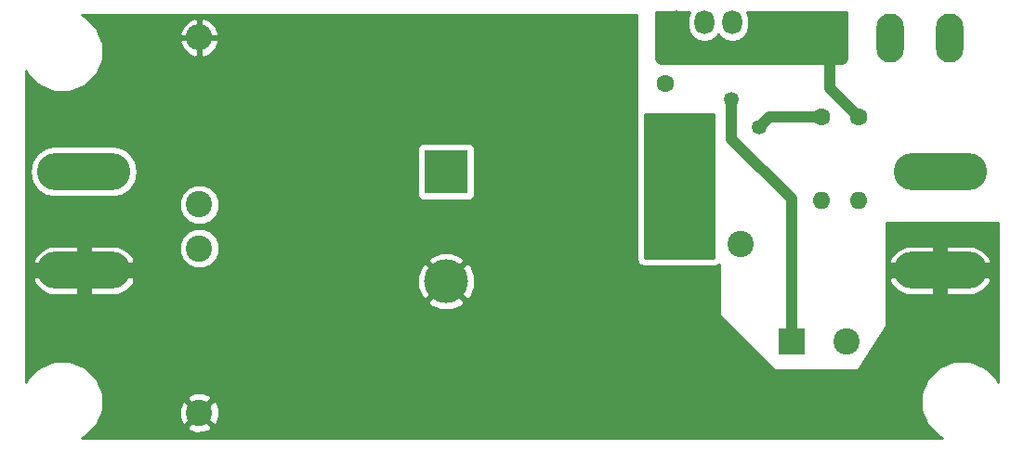
<source format=gbl>
G04 #@! TF.GenerationSoftware,KiCad,Pcbnew,(5.0.0-3-g5ebb6b6)*
G04 #@! TF.CreationDate,2018-08-10T20:06:04-07:00*
G04 #@! TF.ProjectId,juma-adj-cx,6A756D612D61646A2D63782E6B696361,rev?*
G04 #@! TF.SameCoordinates,Original*
G04 #@! TF.FileFunction,Copper,L2,Bot,Signal*
G04 #@! TF.FilePolarity,Positive*
%FSLAX46Y46*%
G04 Gerber Fmt 4.6, Leading zero omitted, Abs format (unit mm)*
G04 Created by KiCad (PCBNEW (5.0.0-3-g5ebb6b6)) date Friday, August 10, 2018 at 08:06:04 PM*
%MOMM*%
%LPD*%
G01*
G04 APERTURE LIST*
G04 #@! TA.AperFunction,ComponentPad*
%ADD10R,2.400000X2.400000*%
G04 #@! TD*
G04 #@! TA.AperFunction,ComponentPad*
%ADD11C,2.400000*%
G04 #@! TD*
G04 #@! TA.AperFunction,ComponentPad*
%ADD12R,4.000000X4.000000*%
G04 #@! TD*
G04 #@! TA.AperFunction,ComponentPad*
%ADD13C,4.000000*%
G04 #@! TD*
G04 #@! TA.AperFunction,ComponentPad*
%ADD14O,8.500000X3.400000*%
G04 #@! TD*
G04 #@! TA.AperFunction,ComponentPad*
%ADD15C,2.000000*%
G04 #@! TD*
G04 #@! TA.AperFunction,ComponentPad*
%ADD16O,2.500000X4.500000*%
G04 #@! TD*
G04 #@! TA.AperFunction,ComponentPad*
%ADD17O,1.800000X2.200000*%
G04 #@! TD*
G04 #@! TA.AperFunction,ComponentPad*
%ADD18R,1.346200X1.346200*%
G04 #@! TD*
G04 #@! TA.AperFunction,ComponentPad*
%ADD19C,1.346200*%
G04 #@! TD*
G04 #@! TA.AperFunction,ComponentPad*
%ADD20O,2.400000X2.400000*%
G04 #@! TD*
G04 #@! TA.AperFunction,ComponentPad*
%ADD21C,1.600000*%
G04 #@! TD*
G04 #@! TA.AperFunction,ComponentPad*
%ADD22O,1.600000X1.600000*%
G04 #@! TD*
G04 #@! TA.AperFunction,ViaPad*
%ADD23C,0.800000*%
G04 #@! TD*
G04 #@! TA.AperFunction,Conductor*
%ADD24C,1.000000*%
G04 #@! TD*
G04 #@! TA.AperFunction,Conductor*
%ADD25C,0.254000*%
G04 #@! TD*
G04 APERTURE END LIST*
D10*
G04 #@! TO.P,C3,1*
G04 #@! TO.N,Net-(C3-Pad1)*
X140800000Y-111600000D03*
D11*
G04 #@! TO.P,C3,2*
G04 #@! TO.N,Net-(C1-Pad2)*
X145800000Y-111600000D03*
G04 #@! TD*
G04 #@! TO.P,C4,2*
G04 #@! TO.N,Net-(C1-Pad2)*
X155500000Y-120500000D03*
D10*
G04 #@! TO.P,C4,1*
G04 #@! TO.N,Net-(C4-Pad1)*
X150500000Y-120500000D03*
G04 #@! TD*
D12*
G04 #@! TO.P,C2,1*
G04 #@! TO.N,Net-(C1-Pad1)*
X119000000Y-105000000D03*
D13*
G04 #@! TO.P,C2,2*
G04 #@! TO.N,Net-(C1-Pad2)*
X119000000Y-115000000D03*
G04 #@! TD*
D14*
G04 #@! TO.P,J4,1*
G04 #@! TO.N,Net-(C1-Pad2)*
X164000000Y-114000000D03*
D15*
X161460000Y-114000000D03*
G04 #@! TD*
D14*
G04 #@! TO.P,J2,1*
G04 #@! TO.N,Net-(C1-Pad2)*
X86000000Y-114000000D03*
D15*
X83460000Y-114000000D03*
G04 #@! TD*
D14*
G04 #@! TO.P,J3,1*
G04 #@! TO.N,Net-(J3-Pad1)*
X164000000Y-105000000D03*
D15*
X161460000Y-105000000D03*
G04 #@! TD*
D14*
G04 #@! TO.P,J1,1*
G04 #@! TO.N,Net-(C1-Pad1)*
X86000000Y-105000000D03*
D15*
X83460000Y-105000000D03*
G04 #@! TD*
D16*
G04 #@! TO.P,Q2,1*
G04 #@! TO.N,Net-(Q1-Pad1)*
X154000000Y-92800000D03*
G04 #@! TO.P,Q2,2*
G04 #@! TO.N,Net-(C1-Pad1)*
X159450000Y-92800000D03*
G04 #@! TO.P,Q2,3*
G04 #@! TO.N,Net-(J3-Pad1)*
X164900000Y-92800000D03*
G04 #@! TD*
D11*
G04 #@! TO.P,C1,2*
G04 #@! TO.N,Net-(C1-Pad2)*
X96500000Y-127000000D03*
G04 #@! TO.P,C1,1*
G04 #@! TO.N,Net-(C1-Pad1)*
X96500000Y-112000000D03*
G04 #@! TD*
D17*
G04 #@! TO.P,Q1,1*
G04 #@! TO.N,Net-(Q1-Pad1)*
X140000000Y-91400000D03*
G04 #@! TO.P,Q1,2*
G04 #@! TO.N,Net-(C1-Pad1)*
X142540000Y-91400000D03*
G04 #@! TO.P,Q1,3*
G04 #@! TO.N,Net-(C4-Pad1)*
X145080000Y-91400000D03*
G04 #@! TD*
D18*
G04 #@! TO.P,RV1,1*
G04 #@! TO.N,Net-(C3-Pad1)*
X142460000Y-100923800D03*
D19*
G04 #@! TO.P,RV1,2*
G04 #@! TO.N,Net-(C4-Pad1)*
X145000000Y-98383800D03*
G04 #@! TO.P,RV1,3*
G04 #@! TO.N,Net-(R3-Pad1)*
X147540000Y-100923800D03*
G04 #@! TD*
D11*
G04 #@! TO.P,R1,1*
G04 #@! TO.N,Net-(C1-Pad1)*
X96500000Y-108000000D03*
D20*
G04 #@! TO.P,R1,2*
G04 #@! TO.N,Net-(C1-Pad2)*
X96500000Y-92760000D03*
G04 #@! TD*
D21*
G04 #@! TO.P,R2,1*
G04 #@! TO.N,Net-(C1-Pad1)*
X139000000Y-97000000D03*
D22*
G04 #@! TO.P,R2,2*
G04 #@! TO.N,Net-(C3-Pad1)*
X139000000Y-104620000D03*
G04 #@! TD*
G04 #@! TO.P,R3,2*
G04 #@! TO.N,Net-(C1-Pad2)*
X153200000Y-107620000D03*
D21*
G04 #@! TO.P,R3,1*
G04 #@! TO.N,Net-(R3-Pad1)*
X153200000Y-100000000D03*
G04 #@! TD*
G04 #@! TO.P,R4,1*
G04 #@! TO.N,Net-(Q1-Pad1)*
X156600000Y-100000000D03*
D22*
G04 #@! TO.P,R4,2*
G04 #@! TO.N,Net-(C1-Pad2)*
X156600000Y-107620000D03*
G04 #@! TD*
D23*
G04 #@! TO.N,Net-(C1-Pad2)*
X84000000Y-111000000D03*
X86000000Y-110000000D03*
X88000000Y-111000000D03*
X90000000Y-110000000D03*
X160000000Y-111000000D03*
X164000000Y-111000000D03*
X166000000Y-110000000D03*
X168000000Y-111000000D03*
X84000000Y-118000000D03*
X88000000Y-118000000D03*
X136000000Y-118000000D03*
X160000000Y-117000000D03*
X168000000Y-117000000D03*
X84000000Y-120000000D03*
X86000000Y-119000000D03*
X88000000Y-120000000D03*
X102000000Y-119000000D03*
X136000000Y-120000000D03*
X138000000Y-119000000D03*
X162000000Y-118000000D03*
X166000000Y-118000000D03*
X86000000Y-121000000D03*
X88000000Y-122000000D03*
X102000000Y-121000000D03*
X104000000Y-122000000D03*
X134000000Y-121000000D03*
X138000000Y-121000000D03*
X140000000Y-122000000D03*
X102000000Y-123000000D03*
X104000000Y-124000000D03*
X106000000Y-123000000D03*
X132000000Y-124000000D03*
X134000000Y-123000000D03*
X138000000Y-123000000D03*
X140000000Y-124000000D03*
X144000000Y-124000000D03*
X160000000Y-124000000D03*
X102000000Y-125000000D03*
X104000000Y-126000000D03*
X106000000Y-125000000D03*
X108000000Y-126000000D03*
X128000000Y-126000000D03*
X130000000Y-125000000D03*
X132000000Y-126000000D03*
X134000000Y-125000000D03*
X136000000Y-126000000D03*
X138000000Y-125000000D03*
X140000000Y-126000000D03*
X142000000Y-125000000D03*
X144000000Y-126000000D03*
X160000000Y-126000000D03*
X102000000Y-127000000D03*
X104000000Y-128000000D03*
X106000000Y-127000000D03*
X108000000Y-128000000D03*
X110000000Y-127000000D03*
X112000000Y-128000000D03*
X120400000Y-128000000D03*
X124000000Y-128000000D03*
X126000000Y-127000000D03*
X128000000Y-128000000D03*
X130000000Y-127000000D03*
X132000000Y-128000000D03*
X134000000Y-127000000D03*
X136000000Y-128000000D03*
X138000000Y-127000000D03*
X140000000Y-128000000D03*
X142000000Y-127000000D03*
X144000000Y-128000000D03*
X162000000Y-129000000D03*
X82000000Y-121000000D03*
X82000000Y-119000000D03*
X82000000Y-117000000D03*
X82000000Y-112000000D03*
X82000000Y-110000000D03*
X90000000Y-112000000D03*
X102000000Y-117000000D03*
X164000000Y-117000000D03*
X142000000Y-123000000D03*
X156000000Y-128000000D03*
X136000000Y-124000000D03*
X136000000Y-122000000D03*
X138000000Y-117000000D03*
X140000000Y-120000000D03*
X140000000Y-118000000D03*
X142000000Y-121000000D03*
X142000000Y-119000000D03*
X162000000Y-123000000D03*
X160000000Y-128000000D03*
X150000000Y-129000000D03*
X152000000Y-128000000D03*
X150000000Y-127000000D03*
X146000000Y-127000000D03*
X146000000Y-125000000D03*
X146000000Y-129000000D03*
X148000000Y-128000000D03*
X148000000Y-126000000D03*
X158000000Y-129000000D03*
X158000000Y-127000000D03*
X154000000Y-129000000D03*
X142000000Y-129000000D03*
X138000000Y-129000000D03*
X134000000Y-129000000D03*
X130000000Y-129000000D03*
X126000000Y-129000000D03*
X110000000Y-129000000D03*
X106000000Y-129000000D03*
X102000000Y-129000000D03*
X114000000Y-129000000D03*
X118000000Y-129000000D03*
X116000000Y-128000000D03*
X122000000Y-129000000D03*
X86000000Y-117000000D03*
X88000000Y-124000000D03*
X88000000Y-128000000D03*
X90000000Y-121000000D03*
X90000000Y-119000000D03*
X90000000Y-117000000D03*
X90000000Y-125000000D03*
X90000000Y-127000000D03*
X90000000Y-123000000D03*
X90000000Y-129000000D03*
X160000000Y-122000000D03*
X162000000Y-121000000D03*
X166000000Y-121000000D03*
X164000000Y-122000000D03*
X168000000Y-122000000D03*
X162000000Y-110000000D03*
X86000000Y-110000000D03*
G04 #@! TD*
D24*
G04 #@! TO.N,Net-(C4-Pad1)*
X145000000Y-98383800D02*
X145000000Y-102000000D01*
X150500000Y-107500000D02*
X150500000Y-120500000D01*
X145000000Y-102000000D02*
X150500000Y-107500000D01*
G04 #@! TO.N,Net-(Q1-Pad1)*
X154000000Y-97400000D02*
X156600000Y-100000000D01*
X154000000Y-92800000D02*
X154000000Y-97400000D01*
G04 #@! TO.N,Net-(R3-Pad1)*
X148463800Y-100000000D02*
X147540000Y-100923800D01*
X153200000Y-100000000D02*
X148463800Y-100000000D01*
G04 #@! TD*
D25*
G04 #@! TO.N,Net-(C1-Pad2)*
G36*
X136373000Y-113000000D02*
X136420728Y-113239943D01*
X136556644Y-113443356D01*
X136760057Y-113579272D01*
X137000000Y-113627000D01*
X143500000Y-113627000D01*
X143739943Y-113579272D01*
X143873000Y-113490366D01*
X143873000Y-118000000D01*
X143882667Y-118048601D01*
X143910197Y-118089803D01*
X148910197Y-123089803D01*
X148951399Y-123117333D01*
X149000000Y-123127000D01*
X156500000Y-123127000D01*
X156548601Y-123117333D01*
X156589803Y-123089803D01*
X156607696Y-123067310D01*
X159107696Y-119067310D01*
X159127000Y-119000000D01*
X159127000Y-114902596D01*
X159414110Y-114902596D01*
X159470101Y-115169555D01*
X160068381Y-115838202D01*
X160877000Y-116227000D01*
X163427000Y-116227000D01*
X163427000Y-114573000D01*
X164573000Y-114573000D01*
X164573000Y-116227000D01*
X167123000Y-116227000D01*
X167931619Y-115838202D01*
X168529899Y-115169555D01*
X168585890Y-114902596D01*
X168565377Y-114573000D01*
X164573000Y-114573000D01*
X163427000Y-114573000D01*
X159434623Y-114573000D01*
X159414110Y-114902596D01*
X159127000Y-114902596D01*
X159127000Y-113097404D01*
X159414110Y-113097404D01*
X159434623Y-113427000D01*
X163427000Y-113427000D01*
X163427000Y-111773000D01*
X164573000Y-111773000D01*
X164573000Y-113427000D01*
X168565377Y-113427000D01*
X168585890Y-113097404D01*
X168529899Y-112830445D01*
X167931619Y-112161798D01*
X167123000Y-111773000D01*
X164573000Y-111773000D01*
X163427000Y-111773000D01*
X160877000Y-111773000D01*
X160068381Y-112161798D01*
X159470101Y-112830445D01*
X159414110Y-113097404D01*
X159127000Y-113097404D01*
X159127000Y-109627000D01*
X169298000Y-109627000D01*
X169298000Y-124222956D01*
X169159598Y-123888824D01*
X168111176Y-122840402D01*
X166741346Y-122273000D01*
X165258654Y-122273000D01*
X163888824Y-122840402D01*
X162840402Y-123888824D01*
X162273000Y-125258654D01*
X162273000Y-126741346D01*
X162840402Y-128111176D01*
X163888824Y-129159598D01*
X164222956Y-129298000D01*
X85777044Y-129298000D01*
X86111176Y-129159598D01*
X86973599Y-128297175D01*
X95382430Y-128297175D01*
X95505565Y-128584788D01*
X96187734Y-128844707D01*
X96917443Y-128823786D01*
X97494435Y-128584788D01*
X97617570Y-128297175D01*
X96500000Y-127179605D01*
X95382430Y-128297175D01*
X86973599Y-128297175D01*
X87159598Y-128111176D01*
X87727000Y-126741346D01*
X87727000Y-126687734D01*
X94655293Y-126687734D01*
X94676214Y-127417443D01*
X94915212Y-127994435D01*
X95202825Y-128117570D01*
X96320395Y-127000000D01*
X96679605Y-127000000D01*
X97797175Y-128117570D01*
X98084788Y-127994435D01*
X98344707Y-127312266D01*
X98323786Y-126582557D01*
X98084788Y-126005565D01*
X97797175Y-125882430D01*
X96679605Y-127000000D01*
X96320395Y-127000000D01*
X95202825Y-125882430D01*
X94915212Y-126005565D01*
X94655293Y-126687734D01*
X87727000Y-126687734D01*
X87727000Y-125702825D01*
X95382430Y-125702825D01*
X96500000Y-126820395D01*
X97617570Y-125702825D01*
X97494435Y-125415212D01*
X96812266Y-125155293D01*
X96082557Y-125176214D01*
X95505565Y-125415212D01*
X95382430Y-125702825D01*
X87727000Y-125702825D01*
X87727000Y-125258654D01*
X87159598Y-123888824D01*
X86111176Y-122840402D01*
X84741346Y-122273000D01*
X83258654Y-122273000D01*
X81888824Y-122840402D01*
X80840402Y-123888824D01*
X80702000Y-124222956D01*
X80702000Y-116875022D01*
X117304584Y-116875022D01*
X117525353Y-117245743D01*
X118497012Y-117639119D01*
X119545247Y-117630713D01*
X120474647Y-117245743D01*
X120695416Y-116875022D01*
X119000000Y-115179605D01*
X117304584Y-116875022D01*
X80702000Y-116875022D01*
X80702000Y-114902596D01*
X81414110Y-114902596D01*
X81470101Y-115169555D01*
X82068381Y-115838202D01*
X82877000Y-116227000D01*
X85427000Y-116227000D01*
X85427000Y-114573000D01*
X86573000Y-114573000D01*
X86573000Y-116227000D01*
X89123000Y-116227000D01*
X89931619Y-115838202D01*
X90529899Y-115169555D01*
X90585890Y-114902596D01*
X90565377Y-114573000D01*
X86573000Y-114573000D01*
X85427000Y-114573000D01*
X81434623Y-114573000D01*
X81414110Y-114902596D01*
X80702000Y-114902596D01*
X80702000Y-114497012D01*
X116360881Y-114497012D01*
X116369287Y-115545247D01*
X116754257Y-116474647D01*
X117124978Y-116695416D01*
X118820395Y-115000000D01*
X119179605Y-115000000D01*
X120875022Y-116695416D01*
X121245743Y-116474647D01*
X121639119Y-115502988D01*
X121630713Y-114454753D01*
X121245743Y-113525353D01*
X120875022Y-113304584D01*
X119179605Y-115000000D01*
X118820395Y-115000000D01*
X117124978Y-113304584D01*
X116754257Y-113525353D01*
X116360881Y-114497012D01*
X80702000Y-114497012D01*
X80702000Y-113097404D01*
X81414110Y-113097404D01*
X81434623Y-113427000D01*
X85427000Y-113427000D01*
X85427000Y-111773000D01*
X86573000Y-111773000D01*
X86573000Y-113427000D01*
X90565377Y-113427000D01*
X90585890Y-113097404D01*
X90529899Y-112830445D01*
X89931619Y-112161798D01*
X89123000Y-111773000D01*
X86573000Y-111773000D01*
X85427000Y-111773000D01*
X82877000Y-111773000D01*
X82068381Y-112161798D01*
X81470101Y-112830445D01*
X81414110Y-113097404D01*
X80702000Y-113097404D01*
X80702000Y-111636587D01*
X94673000Y-111636587D01*
X94673000Y-112363413D01*
X94951144Y-113034912D01*
X95465088Y-113548856D01*
X96136587Y-113827000D01*
X96863413Y-113827000D01*
X97534912Y-113548856D01*
X97958790Y-113124978D01*
X117304584Y-113124978D01*
X119000000Y-114820395D01*
X120695416Y-113124978D01*
X120474647Y-112754257D01*
X119502988Y-112360881D01*
X118454753Y-112369287D01*
X117525353Y-112754257D01*
X117304584Y-113124978D01*
X97958790Y-113124978D01*
X98048856Y-113034912D01*
X98327000Y-112363413D01*
X98327000Y-111636587D01*
X98048856Y-110965088D01*
X97534912Y-110451144D01*
X96863413Y-110173000D01*
X96136587Y-110173000D01*
X95465088Y-110451144D01*
X94951144Y-110965088D01*
X94673000Y-111636587D01*
X80702000Y-111636587D01*
X80702000Y-107636587D01*
X94673000Y-107636587D01*
X94673000Y-108363413D01*
X94951144Y-109034912D01*
X95465088Y-109548856D01*
X96136587Y-109827000D01*
X96863413Y-109827000D01*
X97534912Y-109548856D01*
X98048856Y-109034912D01*
X98327000Y-108363413D01*
X98327000Y-107636587D01*
X98048856Y-106965088D01*
X97534912Y-106451144D01*
X96863413Y-106173000D01*
X96136587Y-106173000D01*
X95465088Y-106451144D01*
X94951144Y-106965088D01*
X94673000Y-107636587D01*
X80702000Y-107636587D01*
X80702000Y-105000000D01*
X81077412Y-105000000D01*
X81258015Y-105907950D01*
X81772327Y-106677673D01*
X82542050Y-107191985D01*
X83220814Y-107327000D01*
X88779186Y-107327000D01*
X89457950Y-107191985D01*
X90227673Y-106677673D01*
X90741985Y-105907950D01*
X90922588Y-105000000D01*
X90741985Y-104092050D01*
X90227673Y-103322327D01*
X89745277Y-103000000D01*
X116360717Y-103000000D01*
X116360717Y-107000000D01*
X116409380Y-107244643D01*
X116547959Y-107452041D01*
X116755357Y-107590620D01*
X117000000Y-107639283D01*
X121000000Y-107639283D01*
X121244643Y-107590620D01*
X121452041Y-107452041D01*
X121590620Y-107244643D01*
X121639283Y-107000000D01*
X121639283Y-103000000D01*
X121590620Y-102755357D01*
X121452041Y-102547959D01*
X121244643Y-102409380D01*
X121000000Y-102360717D01*
X117000000Y-102360717D01*
X116755357Y-102409380D01*
X116547959Y-102547959D01*
X116409380Y-102755357D01*
X116360717Y-103000000D01*
X89745277Y-103000000D01*
X89457950Y-102808015D01*
X88779186Y-102673000D01*
X83220814Y-102673000D01*
X82542050Y-102808015D01*
X81772327Y-103322327D01*
X81258015Y-104092050D01*
X81077412Y-105000000D01*
X80702000Y-105000000D01*
X80702000Y-95777044D01*
X80840402Y-96111176D01*
X81888824Y-97159598D01*
X83258654Y-97727000D01*
X84741346Y-97727000D01*
X86111176Y-97159598D01*
X87159598Y-96111176D01*
X87727000Y-94741346D01*
X87727000Y-93258654D01*
X87691027Y-93171807D01*
X94711797Y-93171807D01*
X95005508Y-93824776D01*
X95526742Y-94315642D01*
X96088195Y-94548195D01*
X96373000Y-94431432D01*
X96373000Y-92887000D01*
X96627000Y-92887000D01*
X96627000Y-94431432D01*
X96911805Y-94548195D01*
X97473258Y-94315642D01*
X97994492Y-93824776D01*
X98288203Y-93171807D01*
X98171858Y-92887000D01*
X96627000Y-92887000D01*
X96373000Y-92887000D01*
X94828142Y-92887000D01*
X94711797Y-93171807D01*
X87691027Y-93171807D01*
X87349875Y-92348193D01*
X94711797Y-92348193D01*
X94828142Y-92633000D01*
X96373000Y-92633000D01*
X96373000Y-91088568D01*
X96627000Y-91088568D01*
X96627000Y-92633000D01*
X98171858Y-92633000D01*
X98288203Y-92348193D01*
X97994492Y-91695224D01*
X97473258Y-91204358D01*
X96911805Y-90971805D01*
X96627000Y-91088568D01*
X96373000Y-91088568D01*
X96088195Y-90971805D01*
X95526742Y-91204358D01*
X95005508Y-91695224D01*
X94711797Y-92348193D01*
X87349875Y-92348193D01*
X87159598Y-91888824D01*
X86111176Y-90840402D01*
X85777044Y-90702000D01*
X136373000Y-90702000D01*
X136373000Y-113000000D01*
X136373000Y-113000000D01*
G37*
X136373000Y-113000000D02*
X136420728Y-113239943D01*
X136556644Y-113443356D01*
X136760057Y-113579272D01*
X137000000Y-113627000D01*
X143500000Y-113627000D01*
X143739943Y-113579272D01*
X143873000Y-113490366D01*
X143873000Y-118000000D01*
X143882667Y-118048601D01*
X143910197Y-118089803D01*
X148910197Y-123089803D01*
X148951399Y-123117333D01*
X149000000Y-123127000D01*
X156500000Y-123127000D01*
X156548601Y-123117333D01*
X156589803Y-123089803D01*
X156607696Y-123067310D01*
X159107696Y-119067310D01*
X159127000Y-119000000D01*
X159127000Y-114902596D01*
X159414110Y-114902596D01*
X159470101Y-115169555D01*
X160068381Y-115838202D01*
X160877000Y-116227000D01*
X163427000Y-116227000D01*
X163427000Y-114573000D01*
X164573000Y-114573000D01*
X164573000Y-116227000D01*
X167123000Y-116227000D01*
X167931619Y-115838202D01*
X168529899Y-115169555D01*
X168585890Y-114902596D01*
X168565377Y-114573000D01*
X164573000Y-114573000D01*
X163427000Y-114573000D01*
X159434623Y-114573000D01*
X159414110Y-114902596D01*
X159127000Y-114902596D01*
X159127000Y-113097404D01*
X159414110Y-113097404D01*
X159434623Y-113427000D01*
X163427000Y-113427000D01*
X163427000Y-111773000D01*
X164573000Y-111773000D01*
X164573000Y-113427000D01*
X168565377Y-113427000D01*
X168585890Y-113097404D01*
X168529899Y-112830445D01*
X167931619Y-112161798D01*
X167123000Y-111773000D01*
X164573000Y-111773000D01*
X163427000Y-111773000D01*
X160877000Y-111773000D01*
X160068381Y-112161798D01*
X159470101Y-112830445D01*
X159414110Y-113097404D01*
X159127000Y-113097404D01*
X159127000Y-109627000D01*
X169298000Y-109627000D01*
X169298000Y-124222956D01*
X169159598Y-123888824D01*
X168111176Y-122840402D01*
X166741346Y-122273000D01*
X165258654Y-122273000D01*
X163888824Y-122840402D01*
X162840402Y-123888824D01*
X162273000Y-125258654D01*
X162273000Y-126741346D01*
X162840402Y-128111176D01*
X163888824Y-129159598D01*
X164222956Y-129298000D01*
X85777044Y-129298000D01*
X86111176Y-129159598D01*
X86973599Y-128297175D01*
X95382430Y-128297175D01*
X95505565Y-128584788D01*
X96187734Y-128844707D01*
X96917443Y-128823786D01*
X97494435Y-128584788D01*
X97617570Y-128297175D01*
X96500000Y-127179605D01*
X95382430Y-128297175D01*
X86973599Y-128297175D01*
X87159598Y-128111176D01*
X87727000Y-126741346D01*
X87727000Y-126687734D01*
X94655293Y-126687734D01*
X94676214Y-127417443D01*
X94915212Y-127994435D01*
X95202825Y-128117570D01*
X96320395Y-127000000D01*
X96679605Y-127000000D01*
X97797175Y-128117570D01*
X98084788Y-127994435D01*
X98344707Y-127312266D01*
X98323786Y-126582557D01*
X98084788Y-126005565D01*
X97797175Y-125882430D01*
X96679605Y-127000000D01*
X96320395Y-127000000D01*
X95202825Y-125882430D01*
X94915212Y-126005565D01*
X94655293Y-126687734D01*
X87727000Y-126687734D01*
X87727000Y-125702825D01*
X95382430Y-125702825D01*
X96500000Y-126820395D01*
X97617570Y-125702825D01*
X97494435Y-125415212D01*
X96812266Y-125155293D01*
X96082557Y-125176214D01*
X95505565Y-125415212D01*
X95382430Y-125702825D01*
X87727000Y-125702825D01*
X87727000Y-125258654D01*
X87159598Y-123888824D01*
X86111176Y-122840402D01*
X84741346Y-122273000D01*
X83258654Y-122273000D01*
X81888824Y-122840402D01*
X80840402Y-123888824D01*
X80702000Y-124222956D01*
X80702000Y-116875022D01*
X117304584Y-116875022D01*
X117525353Y-117245743D01*
X118497012Y-117639119D01*
X119545247Y-117630713D01*
X120474647Y-117245743D01*
X120695416Y-116875022D01*
X119000000Y-115179605D01*
X117304584Y-116875022D01*
X80702000Y-116875022D01*
X80702000Y-114902596D01*
X81414110Y-114902596D01*
X81470101Y-115169555D01*
X82068381Y-115838202D01*
X82877000Y-116227000D01*
X85427000Y-116227000D01*
X85427000Y-114573000D01*
X86573000Y-114573000D01*
X86573000Y-116227000D01*
X89123000Y-116227000D01*
X89931619Y-115838202D01*
X90529899Y-115169555D01*
X90585890Y-114902596D01*
X90565377Y-114573000D01*
X86573000Y-114573000D01*
X85427000Y-114573000D01*
X81434623Y-114573000D01*
X81414110Y-114902596D01*
X80702000Y-114902596D01*
X80702000Y-114497012D01*
X116360881Y-114497012D01*
X116369287Y-115545247D01*
X116754257Y-116474647D01*
X117124978Y-116695416D01*
X118820395Y-115000000D01*
X119179605Y-115000000D01*
X120875022Y-116695416D01*
X121245743Y-116474647D01*
X121639119Y-115502988D01*
X121630713Y-114454753D01*
X121245743Y-113525353D01*
X120875022Y-113304584D01*
X119179605Y-115000000D01*
X118820395Y-115000000D01*
X117124978Y-113304584D01*
X116754257Y-113525353D01*
X116360881Y-114497012D01*
X80702000Y-114497012D01*
X80702000Y-113097404D01*
X81414110Y-113097404D01*
X81434623Y-113427000D01*
X85427000Y-113427000D01*
X85427000Y-111773000D01*
X86573000Y-111773000D01*
X86573000Y-113427000D01*
X90565377Y-113427000D01*
X90585890Y-113097404D01*
X90529899Y-112830445D01*
X89931619Y-112161798D01*
X89123000Y-111773000D01*
X86573000Y-111773000D01*
X85427000Y-111773000D01*
X82877000Y-111773000D01*
X82068381Y-112161798D01*
X81470101Y-112830445D01*
X81414110Y-113097404D01*
X80702000Y-113097404D01*
X80702000Y-111636587D01*
X94673000Y-111636587D01*
X94673000Y-112363413D01*
X94951144Y-113034912D01*
X95465088Y-113548856D01*
X96136587Y-113827000D01*
X96863413Y-113827000D01*
X97534912Y-113548856D01*
X97958790Y-113124978D01*
X117304584Y-113124978D01*
X119000000Y-114820395D01*
X120695416Y-113124978D01*
X120474647Y-112754257D01*
X119502988Y-112360881D01*
X118454753Y-112369287D01*
X117525353Y-112754257D01*
X117304584Y-113124978D01*
X97958790Y-113124978D01*
X98048856Y-113034912D01*
X98327000Y-112363413D01*
X98327000Y-111636587D01*
X98048856Y-110965088D01*
X97534912Y-110451144D01*
X96863413Y-110173000D01*
X96136587Y-110173000D01*
X95465088Y-110451144D01*
X94951144Y-110965088D01*
X94673000Y-111636587D01*
X80702000Y-111636587D01*
X80702000Y-107636587D01*
X94673000Y-107636587D01*
X94673000Y-108363413D01*
X94951144Y-109034912D01*
X95465088Y-109548856D01*
X96136587Y-109827000D01*
X96863413Y-109827000D01*
X97534912Y-109548856D01*
X98048856Y-109034912D01*
X98327000Y-108363413D01*
X98327000Y-107636587D01*
X98048856Y-106965088D01*
X97534912Y-106451144D01*
X96863413Y-106173000D01*
X96136587Y-106173000D01*
X95465088Y-106451144D01*
X94951144Y-106965088D01*
X94673000Y-107636587D01*
X80702000Y-107636587D01*
X80702000Y-105000000D01*
X81077412Y-105000000D01*
X81258015Y-105907950D01*
X81772327Y-106677673D01*
X82542050Y-107191985D01*
X83220814Y-107327000D01*
X88779186Y-107327000D01*
X89457950Y-107191985D01*
X90227673Y-106677673D01*
X90741985Y-105907950D01*
X90922588Y-105000000D01*
X90741985Y-104092050D01*
X90227673Y-103322327D01*
X89745277Y-103000000D01*
X116360717Y-103000000D01*
X116360717Y-107000000D01*
X116409380Y-107244643D01*
X116547959Y-107452041D01*
X116755357Y-107590620D01*
X117000000Y-107639283D01*
X121000000Y-107639283D01*
X121244643Y-107590620D01*
X121452041Y-107452041D01*
X121590620Y-107244643D01*
X121639283Y-107000000D01*
X121639283Y-103000000D01*
X121590620Y-102755357D01*
X121452041Y-102547959D01*
X121244643Y-102409380D01*
X121000000Y-102360717D01*
X117000000Y-102360717D01*
X116755357Y-102409380D01*
X116547959Y-102547959D01*
X116409380Y-102755357D01*
X116360717Y-103000000D01*
X89745277Y-103000000D01*
X89457950Y-102808015D01*
X88779186Y-102673000D01*
X83220814Y-102673000D01*
X82542050Y-102808015D01*
X81772327Y-103322327D01*
X81258015Y-104092050D01*
X81077412Y-105000000D01*
X80702000Y-105000000D01*
X80702000Y-95777044D01*
X80840402Y-96111176D01*
X81888824Y-97159598D01*
X83258654Y-97727000D01*
X84741346Y-97727000D01*
X86111176Y-97159598D01*
X87159598Y-96111176D01*
X87727000Y-94741346D01*
X87727000Y-93258654D01*
X87691027Y-93171807D01*
X94711797Y-93171807D01*
X95005508Y-93824776D01*
X95526742Y-94315642D01*
X96088195Y-94548195D01*
X96373000Y-94431432D01*
X96373000Y-92887000D01*
X96627000Y-92887000D01*
X96627000Y-94431432D01*
X96911805Y-94548195D01*
X97473258Y-94315642D01*
X97994492Y-93824776D01*
X98288203Y-93171807D01*
X98171858Y-92887000D01*
X96627000Y-92887000D01*
X96373000Y-92887000D01*
X94828142Y-92887000D01*
X94711797Y-93171807D01*
X87691027Y-93171807D01*
X87349875Y-92348193D01*
X94711797Y-92348193D01*
X94828142Y-92633000D01*
X96373000Y-92633000D01*
X96373000Y-91088568D01*
X96627000Y-91088568D01*
X96627000Y-92633000D01*
X98171858Y-92633000D01*
X98288203Y-92348193D01*
X97994492Y-91695224D01*
X97473258Y-91204358D01*
X96911805Y-90971805D01*
X96627000Y-91088568D01*
X96373000Y-91088568D01*
X96088195Y-90971805D01*
X95526742Y-91204358D01*
X95005508Y-91695224D01*
X94711797Y-92348193D01*
X87349875Y-92348193D01*
X87159598Y-91888824D01*
X86111176Y-90840402D01*
X85777044Y-90702000D01*
X136373000Y-90702000D01*
X136373000Y-113000000D01*
G04 #@! TO.N,Net-(Q1-Pad1)*
G36*
X141101598Y-90604195D02*
X141013000Y-91049608D01*
X141013000Y-91750393D01*
X141101598Y-92195806D01*
X141439095Y-92700905D01*
X141944195Y-93038402D01*
X142540000Y-93156915D01*
X143135806Y-93038402D01*
X143640905Y-92700905D01*
X143810000Y-92447837D01*
X143979095Y-92700905D01*
X144484195Y-93038402D01*
X145080000Y-93156915D01*
X145675806Y-93038402D01*
X146180905Y-92700905D01*
X146518402Y-92195805D01*
X146607000Y-91750392D01*
X146607000Y-91049607D01*
X146518402Y-90604194D01*
X146419382Y-90456000D01*
X155456730Y-90456000D01*
X155473000Y-90516721D01*
X155473000Y-94683279D01*
X155419148Y-94884259D01*
X155284259Y-95019148D01*
X155083279Y-95073000D01*
X138516721Y-95073000D01*
X138315741Y-95019148D01*
X138180852Y-94884259D01*
X138127000Y-94683279D01*
X138127000Y-90516721D01*
X138143270Y-90456000D01*
X141200619Y-90456000D01*
X141101598Y-90604195D01*
X141101598Y-90604195D01*
G37*
X141101598Y-90604195D02*
X141013000Y-91049608D01*
X141013000Y-91750393D01*
X141101598Y-92195806D01*
X141439095Y-92700905D01*
X141944195Y-93038402D01*
X142540000Y-93156915D01*
X143135806Y-93038402D01*
X143640905Y-92700905D01*
X143810000Y-92447837D01*
X143979095Y-92700905D01*
X144484195Y-93038402D01*
X145080000Y-93156915D01*
X145675806Y-93038402D01*
X146180905Y-92700905D01*
X146518402Y-92195805D01*
X146607000Y-91750392D01*
X146607000Y-91049607D01*
X146518402Y-90604194D01*
X146419382Y-90456000D01*
X155456730Y-90456000D01*
X155473000Y-90516721D01*
X155473000Y-94683279D01*
X155419148Y-94884259D01*
X155284259Y-95019148D01*
X155083279Y-95073000D01*
X138516721Y-95073000D01*
X138315741Y-95019148D01*
X138180852Y-94884259D01*
X138127000Y-94683279D01*
X138127000Y-90516721D01*
X138143270Y-90456000D01*
X141200619Y-90456000D01*
X141101598Y-90604195D01*
G04 #@! TO.N,Net-(C3-Pad1)*
G36*
X143373000Y-112873000D02*
X137127000Y-112873000D01*
X137127000Y-99727000D01*
X143373000Y-99727000D01*
X143373000Y-112873000D01*
X143373000Y-112873000D01*
G37*
X143373000Y-112873000D02*
X137127000Y-112873000D01*
X137127000Y-99727000D01*
X143373000Y-99727000D01*
X143373000Y-112873000D01*
G04 #@! TD*
M02*

</source>
